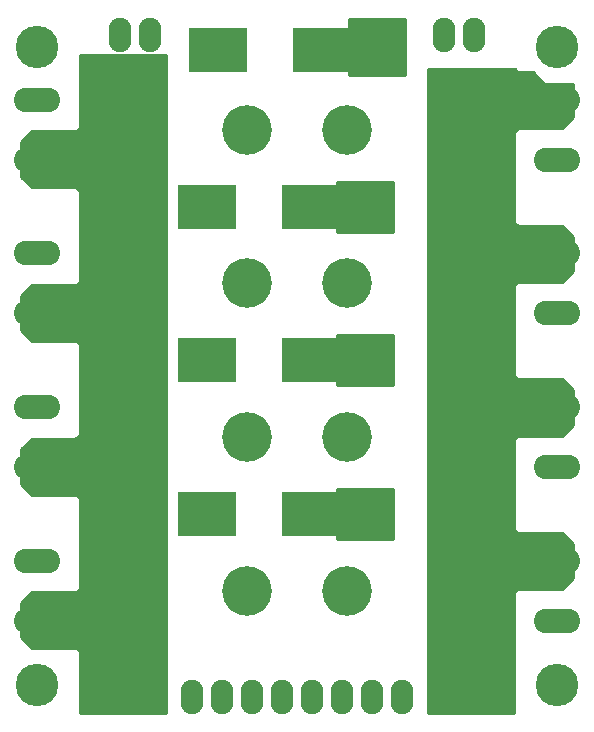
<source format=gbr>
G04 #@! TF.FileFunction,Soldermask,Bot*
%FSLAX46Y46*%
G04 Gerber Fmt 4.6, Leading zero omitted, Abs format (unit mm)*
G04 Created by KiCad (PCBNEW 4.0.4-stable) date 03/07/19 13:46:32*
%MOMM*%
%LPD*%
G01*
G04 APERTURE LIST*
%ADD10C,0.100000*%
%ADD11C,3.600000*%
%ADD12O,3.900120X2.099260*%
%ADD13C,4.199840*%
%ADD14C,3.000000*%
%ADD15O,1.920000X2.920000*%
%ADD16R,4.900000X3.700000*%
%ADD17C,0.254000*%
G04 APERTURE END LIST*
D10*
D11*
X3000000Y57000000D03*
X3000000Y3000000D03*
D12*
X47000000Y47460000D03*
X47000000Y52540000D03*
D13*
X29236000Y50000000D03*
D12*
X3000000Y39540000D03*
X3000000Y34460000D03*
D13*
X20764000Y37000000D03*
D12*
X47000000Y34460000D03*
X47000000Y39540000D03*
D13*
X29236000Y37000000D03*
D12*
X3000000Y52540000D03*
X3000000Y47460000D03*
D13*
X20764000Y50000000D03*
D14*
X39750000Y43500000D03*
X39750000Y30500000D03*
X39750000Y17500000D03*
X39750000Y3500000D03*
X10250000Y3500000D03*
X10250000Y17500000D03*
X10250000Y30500000D03*
D11*
X47000000Y3000000D03*
X47000000Y57000000D03*
D15*
X10000000Y58000000D03*
X12540000Y58000000D03*
X40000000Y58000000D03*
X37460000Y58000000D03*
D14*
X10250000Y43500000D03*
D12*
X47000000Y8460000D03*
X47000000Y13540000D03*
D13*
X29236000Y11000000D03*
D12*
X47000000Y21460000D03*
X47000000Y26540000D03*
D13*
X29236000Y24000000D03*
D12*
X3000000Y26540000D03*
X3000000Y21460000D03*
D13*
X20764000Y24000000D03*
D12*
X3000000Y13540000D03*
X3000000Y8460000D03*
D13*
X20764000Y11000000D03*
D15*
X16100000Y2000000D03*
X18640000Y2000000D03*
X21180000Y2000000D03*
X23720000Y2000000D03*
X26260000Y2000000D03*
X28800000Y2000000D03*
X31340000Y2000000D03*
X33880000Y2000000D03*
D16*
X27150000Y56750000D03*
X18350000Y56750000D03*
X26150000Y43500000D03*
X17350000Y43500000D03*
X26150000Y30500000D03*
X17350000Y30500000D03*
X26150000Y17500000D03*
X17350000Y17500000D03*
D17*
G36*
X13873000Y627000D02*
X6627000Y627000D01*
X6627000Y5750000D01*
X6616994Y5799410D01*
X6583630Y5845577D01*
X6297916Y6095577D01*
X6254142Y6120584D01*
X6214286Y6127000D01*
X2552606Y6127000D01*
X1627000Y7052606D01*
X1627000Y9947394D01*
X2552606Y10873000D01*
X6214286Y10873000D01*
X6263696Y10883006D01*
X6297916Y10904423D01*
X6583630Y11154423D01*
X6614226Y11194490D01*
X6627000Y11250000D01*
X6627000Y18750000D01*
X6616994Y18799410D01*
X6583630Y18845577D01*
X6297916Y19095577D01*
X6254142Y19120584D01*
X6214286Y19127000D01*
X2552606Y19127000D01*
X1627000Y20052606D01*
X1627000Y22947394D01*
X2552606Y23873000D01*
X6214286Y23873000D01*
X6263696Y23883006D01*
X6297916Y23904423D01*
X6583630Y24154423D01*
X6614226Y24194490D01*
X6627000Y24250000D01*
X6627000Y31750000D01*
X6616994Y31799410D01*
X6589803Y31839803D01*
X6339803Y32089803D01*
X6297789Y32117666D01*
X6250000Y32127000D01*
X2552606Y32127000D01*
X1627000Y33052606D01*
X1627000Y35947394D01*
X2552606Y36873000D01*
X6250000Y36873000D01*
X6299410Y36883006D01*
X6339803Y36910197D01*
X6589803Y37160197D01*
X6617666Y37202211D01*
X6627000Y37250000D01*
X6627000Y44750000D01*
X6616994Y44799410D01*
X6589803Y44839803D01*
X6339803Y45089803D01*
X6297789Y45117666D01*
X6250000Y45127000D01*
X2552606Y45127000D01*
X1627000Y46052606D01*
X1627000Y48947394D01*
X2552606Y49873000D01*
X6250000Y49873000D01*
X6299410Y49883006D01*
X6339803Y49910197D01*
X6589803Y50160197D01*
X6617666Y50202211D01*
X6627000Y50250000D01*
X6627000Y56373000D01*
X13873000Y56373000D01*
X13873000Y627000D01*
X13873000Y627000D01*
G37*
X13873000Y627000D02*
X6627000Y627000D01*
X6627000Y5750000D01*
X6616994Y5799410D01*
X6583630Y5845577D01*
X6297916Y6095577D01*
X6254142Y6120584D01*
X6214286Y6127000D01*
X2552606Y6127000D01*
X1627000Y7052606D01*
X1627000Y9947394D01*
X2552606Y10873000D01*
X6214286Y10873000D01*
X6263696Y10883006D01*
X6297916Y10904423D01*
X6583630Y11154423D01*
X6614226Y11194490D01*
X6627000Y11250000D01*
X6627000Y18750000D01*
X6616994Y18799410D01*
X6583630Y18845577D01*
X6297916Y19095577D01*
X6254142Y19120584D01*
X6214286Y19127000D01*
X2552606Y19127000D01*
X1627000Y20052606D01*
X1627000Y22947394D01*
X2552606Y23873000D01*
X6214286Y23873000D01*
X6263696Y23883006D01*
X6297916Y23904423D01*
X6583630Y24154423D01*
X6614226Y24194490D01*
X6627000Y24250000D01*
X6627000Y31750000D01*
X6616994Y31799410D01*
X6589803Y31839803D01*
X6339803Y32089803D01*
X6297789Y32117666D01*
X6250000Y32127000D01*
X2552606Y32127000D01*
X1627000Y33052606D01*
X1627000Y35947394D01*
X2552606Y36873000D01*
X6250000Y36873000D01*
X6299410Y36883006D01*
X6339803Y36910197D01*
X6589803Y37160197D01*
X6617666Y37202211D01*
X6627000Y37250000D01*
X6627000Y44750000D01*
X6616994Y44799410D01*
X6589803Y44839803D01*
X6339803Y45089803D01*
X6297789Y45117666D01*
X6250000Y45127000D01*
X2552606Y45127000D01*
X1627000Y46052606D01*
X1627000Y48947394D01*
X2552606Y49873000D01*
X6250000Y49873000D01*
X6299410Y49883006D01*
X6339803Y49910197D01*
X6589803Y50160197D01*
X6617666Y50202211D01*
X6627000Y50250000D01*
X6627000Y56373000D01*
X13873000Y56373000D01*
X13873000Y627000D01*
G36*
X43660197Y54910197D02*
X43702211Y54882334D01*
X43750000Y54873000D01*
X44947394Y54873000D01*
X45910197Y53910197D01*
X45952211Y53882334D01*
X46000000Y53873000D01*
X48373000Y53873000D01*
X48373000Y51052606D01*
X47447394Y50127000D01*
X43750000Y50127000D01*
X43700590Y50116994D01*
X43660197Y50089803D01*
X43410197Y49839803D01*
X43382334Y49797789D01*
X43373000Y49750000D01*
X43373000Y42250000D01*
X43383006Y42200590D01*
X43410197Y42160197D01*
X43660197Y41910197D01*
X43702211Y41882334D01*
X43750000Y41873000D01*
X47447394Y41873000D01*
X48373000Y40947394D01*
X48373000Y38052606D01*
X47447394Y37127000D01*
X43750000Y37127000D01*
X43700590Y37116994D01*
X43660197Y37089803D01*
X43410197Y36839803D01*
X43382334Y36797789D01*
X43373000Y36750000D01*
X43373000Y29250000D01*
X43383006Y29200590D01*
X43410197Y29160197D01*
X43660197Y28910197D01*
X43702211Y28882334D01*
X43750000Y28873000D01*
X47447394Y28873000D01*
X48373000Y27947394D01*
X48373000Y25052606D01*
X47447394Y24127000D01*
X43750000Y24127000D01*
X43700590Y24116994D01*
X43660197Y24089803D01*
X43410197Y23839803D01*
X43382334Y23797789D01*
X43373000Y23750000D01*
X43373000Y16250000D01*
X43383006Y16200590D01*
X43410197Y16160197D01*
X43660197Y15910197D01*
X43702211Y15882334D01*
X43750000Y15873000D01*
X47447394Y15873000D01*
X48373000Y14947394D01*
X48373000Y12052606D01*
X47447394Y11127000D01*
X43750000Y11127000D01*
X43700590Y11116994D01*
X43660197Y11089803D01*
X43410197Y10839803D01*
X43382334Y10797789D01*
X43373000Y10750000D01*
X43373000Y627000D01*
X36127000Y627000D01*
X36127000Y55123000D01*
X43447394Y55123000D01*
X43660197Y54910197D01*
X43660197Y54910197D01*
G37*
X43660197Y54910197D02*
X43702211Y54882334D01*
X43750000Y54873000D01*
X44947394Y54873000D01*
X45910197Y53910197D01*
X45952211Y53882334D01*
X46000000Y53873000D01*
X48373000Y53873000D01*
X48373000Y51052606D01*
X47447394Y50127000D01*
X43750000Y50127000D01*
X43700590Y50116994D01*
X43660197Y50089803D01*
X43410197Y49839803D01*
X43382334Y49797789D01*
X43373000Y49750000D01*
X43373000Y42250000D01*
X43383006Y42200590D01*
X43410197Y42160197D01*
X43660197Y41910197D01*
X43702211Y41882334D01*
X43750000Y41873000D01*
X47447394Y41873000D01*
X48373000Y40947394D01*
X48373000Y38052606D01*
X47447394Y37127000D01*
X43750000Y37127000D01*
X43700590Y37116994D01*
X43660197Y37089803D01*
X43410197Y36839803D01*
X43382334Y36797789D01*
X43373000Y36750000D01*
X43373000Y29250000D01*
X43383006Y29200590D01*
X43410197Y29160197D01*
X43660197Y28910197D01*
X43702211Y28882334D01*
X43750000Y28873000D01*
X47447394Y28873000D01*
X48373000Y27947394D01*
X48373000Y25052606D01*
X47447394Y24127000D01*
X43750000Y24127000D01*
X43700590Y24116994D01*
X43660197Y24089803D01*
X43410197Y23839803D01*
X43382334Y23797789D01*
X43373000Y23750000D01*
X43373000Y16250000D01*
X43383006Y16200590D01*
X43410197Y16160197D01*
X43660197Y15910197D01*
X43702211Y15882334D01*
X43750000Y15873000D01*
X47447394Y15873000D01*
X48373000Y14947394D01*
X48373000Y12052606D01*
X47447394Y11127000D01*
X43750000Y11127000D01*
X43700590Y11116994D01*
X43660197Y11089803D01*
X43410197Y10839803D01*
X43382334Y10797789D01*
X43373000Y10750000D01*
X43373000Y627000D01*
X36127000Y627000D01*
X36127000Y55123000D01*
X43447394Y55123000D01*
X43660197Y54910197D01*
G36*
X34123000Y54627000D02*
X29377000Y54627000D01*
X29377000Y59373000D01*
X34123000Y59373000D01*
X34123000Y54627000D01*
X34123000Y54627000D01*
G37*
X34123000Y54627000D02*
X29377000Y54627000D01*
X29377000Y59373000D01*
X34123000Y59373000D01*
X34123000Y54627000D01*
G36*
X33123000Y41377000D02*
X28377000Y41377000D01*
X28377000Y45623000D01*
X33123000Y45623000D01*
X33123000Y41377000D01*
X33123000Y41377000D01*
G37*
X33123000Y41377000D02*
X28377000Y41377000D01*
X28377000Y45623000D01*
X33123000Y45623000D01*
X33123000Y41377000D01*
G36*
X33123000Y28377000D02*
X28377000Y28377000D01*
X28377000Y32623000D01*
X33123000Y32623000D01*
X33123000Y28377000D01*
X33123000Y28377000D01*
G37*
X33123000Y28377000D02*
X28377000Y28377000D01*
X28377000Y32623000D01*
X33123000Y32623000D01*
X33123000Y28377000D01*
G36*
X33123000Y15377000D02*
X28377000Y15377000D01*
X28377000Y19623000D01*
X33123000Y19623000D01*
X33123000Y15377000D01*
X33123000Y15377000D01*
G37*
X33123000Y15377000D02*
X28377000Y15377000D01*
X28377000Y19623000D01*
X33123000Y19623000D01*
X33123000Y15377000D01*
M02*

</source>
